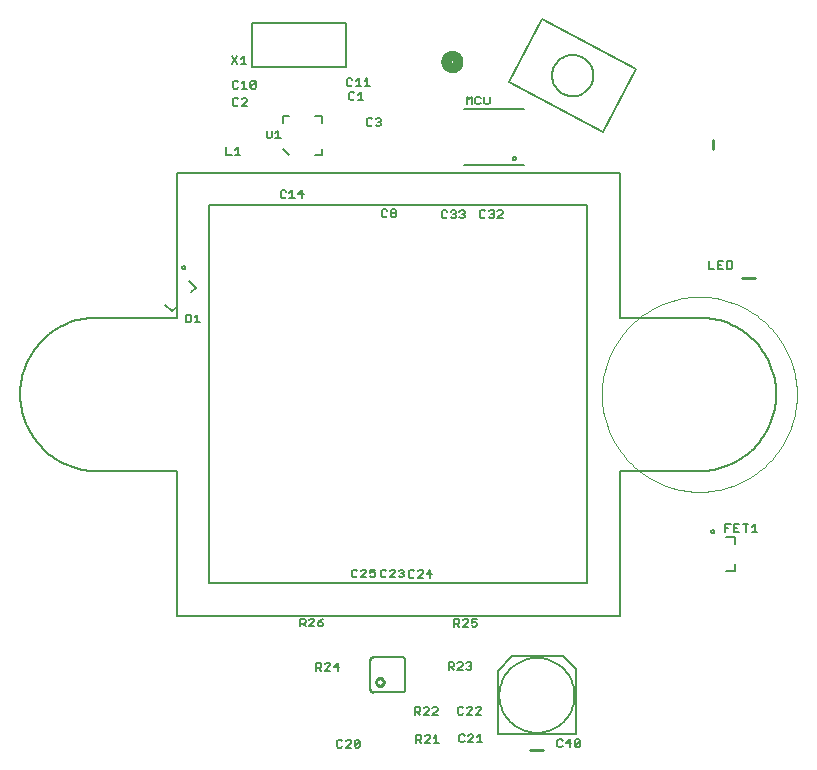
<source format=gto>
G75*
%MOIN*%
%OFA0B0*%
%FSLAX24Y24*%
%IPPOS*%
%LPD*%
%AMOC8*
5,1,8,0,0,1.08239X$1,22.5*
%
%ADD10C,0.0320*%
%ADD11C,0.0100*%
%ADD12C,0.0060*%
%ADD13C,0.0080*%
%ADD14C,0.0039*%
%ADD15C,0.0050*%
%ADD16C,0.0006*%
D10*
X015570Y025036D02*
X015572Y025063D01*
X015578Y025090D01*
X015587Y025116D01*
X015600Y025140D01*
X015616Y025163D01*
X015635Y025182D01*
X015657Y025199D01*
X015681Y025213D01*
X015706Y025223D01*
X015733Y025230D01*
X015760Y025233D01*
X015788Y025232D01*
X015815Y025227D01*
X015841Y025219D01*
X015865Y025207D01*
X015888Y025191D01*
X015909Y025173D01*
X015926Y025152D01*
X015941Y025128D01*
X015952Y025103D01*
X015960Y025077D01*
X015964Y025050D01*
X015964Y025022D01*
X015960Y024995D01*
X015952Y024969D01*
X015941Y024944D01*
X015926Y024920D01*
X015909Y024899D01*
X015888Y024881D01*
X015866Y024865D01*
X015841Y024853D01*
X015815Y024845D01*
X015788Y024840D01*
X015760Y024839D01*
X015733Y024842D01*
X015706Y024849D01*
X015681Y024859D01*
X015657Y024873D01*
X015635Y024890D01*
X015616Y024909D01*
X015600Y024932D01*
X015587Y024956D01*
X015578Y024982D01*
X015572Y025009D01*
X015570Y025036D01*
D11*
X024442Y022424D02*
X024442Y022153D01*
X025426Y017847D02*
X025869Y017847D01*
X013221Y004368D02*
X013223Y004390D01*
X013229Y004412D01*
X013238Y004432D01*
X013251Y004450D01*
X013267Y004466D01*
X013285Y004479D01*
X013305Y004488D01*
X013327Y004494D01*
X013349Y004496D01*
X013371Y004494D01*
X013393Y004488D01*
X013413Y004479D01*
X013431Y004466D01*
X013447Y004450D01*
X013460Y004432D01*
X013469Y004412D01*
X013475Y004390D01*
X013477Y004368D01*
X013475Y004346D01*
X013469Y004324D01*
X013460Y004304D01*
X013447Y004286D01*
X013431Y004270D01*
X013413Y004257D01*
X013393Y004248D01*
X013371Y004242D01*
X013349Y004240D01*
X013327Y004242D01*
X013305Y004248D01*
X013285Y004257D01*
X013267Y004270D01*
X013251Y004286D01*
X013238Y004304D01*
X013229Y004324D01*
X013223Y004346D01*
X013221Y004368D01*
X018339Y002099D02*
X018782Y002099D01*
D12*
X019265Y002240D02*
X019308Y002196D01*
X019395Y002196D01*
X019439Y002240D01*
X019560Y002326D02*
X019733Y002326D01*
X019690Y002196D02*
X019690Y002456D01*
X019560Y002326D01*
X019439Y002413D02*
X019395Y002456D01*
X019308Y002456D01*
X019265Y002413D01*
X019265Y002240D01*
X019854Y002240D02*
X019898Y002196D01*
X019985Y002196D01*
X020028Y002240D01*
X020028Y002413D01*
X019854Y002240D01*
X019854Y002413D01*
X019898Y002456D01*
X019985Y002456D01*
X020028Y002413D01*
X016765Y002363D02*
X016592Y002363D01*
X016678Y002363D02*
X016678Y002623D01*
X016592Y002536D01*
X016470Y002536D02*
X016470Y002580D01*
X016427Y002623D01*
X016340Y002623D01*
X016297Y002580D01*
X016176Y002580D02*
X016132Y002623D01*
X016046Y002623D01*
X016002Y002580D01*
X016002Y002406D01*
X016046Y002363D01*
X016132Y002363D01*
X016176Y002406D01*
X016297Y002363D02*
X016470Y002536D01*
X016470Y002363D02*
X016297Y002363D01*
X015320Y002346D02*
X015146Y002346D01*
X015233Y002346D02*
X015233Y002606D01*
X015146Y002519D01*
X015025Y002519D02*
X015025Y002563D01*
X014982Y002606D01*
X014895Y002606D01*
X014852Y002563D01*
X014730Y002563D02*
X014730Y002476D01*
X014687Y002433D01*
X014557Y002433D01*
X014644Y002433D02*
X014730Y002346D01*
X014852Y002346D02*
X015025Y002519D01*
X015025Y002346D02*
X014852Y002346D01*
X014730Y002563D02*
X014687Y002606D01*
X014557Y002606D01*
X014557Y002346D01*
X014510Y003272D02*
X014510Y003532D01*
X014640Y003532D01*
X014684Y003489D01*
X014684Y003402D01*
X014640Y003359D01*
X014510Y003359D01*
X014597Y003359D02*
X014684Y003272D01*
X014805Y003272D02*
X014978Y003445D01*
X014978Y003489D01*
X014935Y003532D01*
X014848Y003532D01*
X014805Y003489D01*
X014805Y003272D02*
X014978Y003272D01*
X015100Y003272D02*
X015273Y003445D01*
X015273Y003489D01*
X015230Y003532D01*
X015143Y003532D01*
X015100Y003489D01*
X015100Y003272D02*
X015273Y003272D01*
X015959Y003326D02*
X015959Y003500D01*
X016002Y003543D01*
X016089Y003543D01*
X016132Y003500D01*
X016253Y003500D02*
X016297Y003543D01*
X016383Y003543D01*
X016427Y003500D01*
X016427Y003456D01*
X016253Y003283D01*
X016427Y003283D01*
X016548Y003283D02*
X016721Y003456D01*
X016721Y003500D01*
X016678Y003543D01*
X016591Y003543D01*
X016548Y003500D01*
X016548Y003283D02*
X016721Y003283D01*
X016132Y003326D02*
X016089Y003283D01*
X016002Y003283D01*
X015959Y003326D01*
X014188Y004135D02*
X014188Y005108D01*
X014187Y005108D02*
X014186Y005125D01*
X014181Y005142D01*
X014174Y005157D01*
X014164Y005171D01*
X014152Y005183D01*
X014138Y005193D01*
X014123Y005200D01*
X014106Y005205D01*
X014089Y005206D01*
X014093Y005206D02*
X013125Y005206D01*
X013023Y005108D02*
X013023Y004139D01*
X013125Y004037D02*
X014093Y004037D01*
X014089Y004037D02*
X014106Y004038D01*
X014123Y004043D01*
X014138Y004050D01*
X014152Y004060D01*
X014164Y004072D01*
X014174Y004086D01*
X014181Y004101D01*
X014186Y004118D01*
X014187Y004135D01*
X015640Y004777D02*
X015640Y005037D01*
X015770Y005037D01*
X015814Y004994D01*
X015814Y004907D01*
X015770Y004864D01*
X015640Y004864D01*
X015727Y004864D02*
X015814Y004777D01*
X015935Y004777D02*
X016108Y004950D01*
X016108Y004994D01*
X016065Y005037D01*
X015978Y005037D01*
X015935Y004994D01*
X015935Y004777D02*
X016108Y004777D01*
X016229Y004820D02*
X016273Y004777D01*
X016359Y004777D01*
X016403Y004820D01*
X016403Y004864D01*
X016359Y004907D01*
X016316Y004907D01*
X016359Y004907D02*
X016403Y004950D01*
X016403Y004994D01*
X016359Y005037D01*
X016273Y005037D01*
X016229Y004994D01*
X016286Y006211D02*
X016112Y006211D01*
X016286Y006385D01*
X016286Y006428D01*
X016243Y006471D01*
X016156Y006471D01*
X016112Y006428D01*
X015991Y006428D02*
X015991Y006341D01*
X015948Y006298D01*
X015818Y006298D01*
X015905Y006298D02*
X015991Y006211D01*
X015818Y006211D02*
X015818Y006471D01*
X015948Y006471D01*
X015991Y006428D01*
X016407Y006471D02*
X016407Y006341D01*
X016494Y006385D01*
X016537Y006385D01*
X016581Y006341D01*
X016581Y006255D01*
X016537Y006211D01*
X016450Y006211D01*
X016407Y006255D01*
X016407Y006471D02*
X016581Y006471D01*
X015036Y007841D02*
X015036Y008101D01*
X014906Y007971D01*
X015080Y007971D01*
X014785Y008014D02*
X014785Y008058D01*
X014742Y008101D01*
X014655Y008101D01*
X014611Y008058D01*
X014490Y008058D02*
X014447Y008101D01*
X014360Y008101D01*
X014317Y008058D01*
X014317Y007884D01*
X014360Y007841D01*
X014447Y007841D01*
X014490Y007884D01*
X014611Y007841D02*
X014785Y008014D01*
X014785Y007841D02*
X014611Y007841D01*
X014147Y007902D02*
X014104Y007858D01*
X014017Y007858D01*
X013974Y007902D01*
X014061Y007989D02*
X014104Y007989D01*
X014147Y007945D01*
X014147Y007902D01*
X014104Y007989D02*
X014147Y008032D01*
X014147Y008075D01*
X014104Y008119D01*
X014017Y008119D01*
X013974Y008075D01*
X013853Y008075D02*
X013809Y008119D01*
X013723Y008119D01*
X013679Y008075D01*
X013558Y008075D02*
X013515Y008119D01*
X013428Y008119D01*
X013385Y008075D01*
X013385Y007902D01*
X013428Y007858D01*
X013515Y007858D01*
X013558Y007902D01*
X013679Y007858D02*
X013853Y008032D01*
X013853Y008075D01*
X013853Y007858D02*
X013679Y007858D01*
X013190Y007902D02*
X013146Y007859D01*
X013060Y007859D01*
X013016Y007902D01*
X013016Y007989D02*
X013103Y008032D01*
X013146Y008032D01*
X013190Y007989D01*
X013190Y007902D01*
X013016Y007989D02*
X013016Y008119D01*
X013190Y008119D01*
X012895Y008075D02*
X012852Y008119D01*
X012765Y008119D01*
X012722Y008075D01*
X012601Y008075D02*
X012557Y008119D01*
X012470Y008119D01*
X012427Y008075D01*
X012427Y007902D01*
X012470Y007859D01*
X012557Y007859D01*
X012601Y007902D01*
X012722Y007859D02*
X012895Y008032D01*
X012895Y008075D01*
X012895Y007859D02*
X012722Y007859D01*
X011460Y006485D02*
X011374Y006442D01*
X011287Y006355D01*
X011417Y006355D01*
X011460Y006312D01*
X011460Y006268D01*
X011417Y006225D01*
X011330Y006225D01*
X011287Y006268D01*
X011287Y006355D01*
X011166Y006399D02*
X011166Y006442D01*
X011122Y006485D01*
X011036Y006485D01*
X010992Y006442D01*
X010871Y006442D02*
X010871Y006355D01*
X010828Y006312D01*
X010698Y006312D01*
X010784Y006312D02*
X010871Y006225D01*
X010992Y006225D02*
X011166Y006399D01*
X011166Y006225D02*
X010992Y006225D01*
X010871Y006442D02*
X010828Y006485D01*
X010698Y006485D01*
X010698Y006225D01*
X011960Y002440D02*
X011917Y002397D01*
X011917Y002223D01*
X011960Y002180D01*
X012047Y002180D01*
X012090Y002223D01*
X012211Y002180D02*
X012385Y002353D01*
X012385Y002397D01*
X012341Y002440D01*
X012255Y002440D01*
X012211Y002397D01*
X012090Y002397D02*
X012047Y002440D01*
X011960Y002440D01*
X012211Y002180D02*
X012385Y002180D01*
X012506Y002223D02*
X012679Y002397D01*
X012679Y002223D01*
X012636Y002180D01*
X012549Y002180D01*
X012506Y002223D01*
X012506Y002397D01*
X012549Y002440D01*
X012636Y002440D01*
X012679Y002397D01*
X024884Y008085D02*
X025204Y008085D01*
X025204Y008305D01*
X025204Y008985D02*
X025204Y009205D01*
X024884Y009205D01*
X024868Y009379D02*
X024868Y009640D01*
X025041Y009640D01*
X025162Y009640D02*
X025162Y009379D01*
X025336Y009379D01*
X025249Y009509D02*
X025162Y009509D01*
X025162Y009640D02*
X025336Y009640D01*
X025457Y009640D02*
X025631Y009640D01*
X025544Y009640D02*
X025544Y009379D01*
X025752Y009379D02*
X025925Y009379D01*
X025839Y009379D02*
X025839Y009640D01*
X025752Y009553D01*
X024955Y009509D02*
X024868Y009509D01*
X024916Y018143D02*
X025046Y018143D01*
X025090Y018186D01*
X025090Y018360D01*
X025046Y018403D01*
X024916Y018403D01*
X024916Y018143D01*
X024795Y018143D02*
X024622Y018143D01*
X024622Y018403D01*
X024795Y018403D01*
X024708Y018273D02*
X024622Y018273D01*
X024501Y018143D02*
X024327Y018143D01*
X024327Y018403D01*
X018149Y021602D02*
X016139Y021602D01*
X016133Y020091D02*
X016176Y020048D01*
X016176Y020005D01*
X016133Y019961D01*
X016176Y019918D01*
X016176Y019875D01*
X016133Y019831D01*
X016046Y019831D01*
X016003Y019875D01*
X015882Y019875D02*
X015838Y019831D01*
X015751Y019831D01*
X015708Y019875D01*
X015587Y019875D02*
X015544Y019831D01*
X015457Y019831D01*
X015413Y019875D01*
X015413Y020048D01*
X015457Y020091D01*
X015544Y020091D01*
X015587Y020048D01*
X015708Y020048D02*
X015751Y020091D01*
X015838Y020091D01*
X015882Y020048D01*
X015882Y020005D01*
X015838Y019961D01*
X015882Y019918D01*
X015882Y019875D01*
X015838Y019961D02*
X015795Y019961D01*
X016003Y020048D02*
X016046Y020091D01*
X016133Y020091D01*
X016133Y019961D02*
X016089Y019961D01*
X016680Y019883D02*
X016724Y019840D01*
X016811Y019840D01*
X016854Y019883D01*
X016975Y019883D02*
X017018Y019840D01*
X017105Y019840D01*
X017149Y019883D01*
X017149Y019927D01*
X017105Y019970D01*
X017062Y019970D01*
X017105Y019970D02*
X017149Y020013D01*
X017149Y020057D01*
X017105Y020100D01*
X017018Y020100D01*
X016975Y020057D01*
X016854Y020057D02*
X016811Y020100D01*
X016724Y020100D01*
X016680Y020057D01*
X016680Y019883D01*
X017270Y019840D02*
X017443Y020013D01*
X017443Y020057D01*
X017400Y020100D01*
X017313Y020100D01*
X017270Y020057D01*
X017270Y019840D02*
X017443Y019840D01*
X013893Y019913D02*
X013849Y019869D01*
X013763Y019869D01*
X013719Y019913D01*
X013719Y019956D01*
X013763Y020000D01*
X013849Y020000D01*
X013893Y019956D01*
X013893Y019913D01*
X013849Y020000D02*
X013893Y020043D01*
X013893Y020086D01*
X013849Y020130D01*
X013763Y020130D01*
X013719Y020086D01*
X013719Y020043D01*
X013763Y020000D01*
X013598Y020086D02*
X013555Y020130D01*
X013468Y020130D01*
X013425Y020086D01*
X013425Y019913D01*
X013468Y019869D01*
X013555Y019869D01*
X013598Y019913D01*
X010040Y022493D02*
X009867Y022493D01*
X009954Y022493D02*
X009954Y022754D01*
X009867Y022667D01*
X009746Y022754D02*
X009746Y022537D01*
X009702Y022493D01*
X009616Y022493D01*
X009572Y022537D01*
X009572Y022754D01*
X008912Y023576D02*
X008739Y023576D01*
X008912Y023750D01*
X008912Y023793D01*
X008869Y023836D01*
X008782Y023836D01*
X008739Y023793D01*
X008618Y023793D02*
X008574Y023836D01*
X008488Y023836D01*
X008444Y023793D01*
X008444Y023620D01*
X008488Y023576D01*
X008574Y023576D01*
X008618Y023620D01*
X008602Y024964D02*
X008429Y025224D01*
X008602Y025224D02*
X008429Y024964D01*
X008723Y024964D02*
X008897Y024964D01*
X008810Y024964D02*
X008810Y025224D01*
X008723Y025137D01*
X012259Y024452D02*
X012259Y024279D01*
X012303Y024236D01*
X012389Y024236D01*
X012433Y024279D01*
X012554Y024236D02*
X012727Y024236D01*
X012641Y024236D02*
X012641Y024496D01*
X012554Y024409D01*
X012433Y024452D02*
X012389Y024496D01*
X012303Y024496D01*
X012259Y024452D01*
X012371Y024035D02*
X012328Y023992D01*
X012328Y023818D01*
X012371Y023775D01*
X012458Y023775D01*
X012502Y023818D01*
X012623Y023775D02*
X012796Y023775D01*
X012710Y023775D02*
X012710Y024035D01*
X012623Y023948D01*
X012502Y023992D02*
X012458Y024035D01*
X012371Y024035D01*
X012849Y024236D02*
X013022Y024236D01*
X012935Y024236D02*
X012935Y024496D01*
X012849Y024409D01*
X012954Y023165D02*
X012911Y023122D01*
X012911Y022948D01*
X012954Y022905D01*
X013041Y022905D01*
X013084Y022948D01*
X013205Y022948D02*
X013249Y022905D01*
X013336Y022905D01*
X013379Y022948D01*
X013379Y022992D01*
X013336Y023035D01*
X013292Y023035D01*
X013336Y023035D02*
X013379Y023078D01*
X013379Y023122D01*
X013336Y023165D01*
X013249Y023165D01*
X013205Y023122D01*
X013084Y023122D02*
X013041Y023165D01*
X012954Y023165D01*
X016139Y023462D02*
X018149Y023462D01*
X017005Y023669D02*
X017005Y023886D01*
X016832Y023886D02*
X016832Y023669D01*
X016875Y023625D01*
X016962Y023625D01*
X017005Y023669D01*
X016711Y023669D02*
X016667Y023625D01*
X016581Y023625D01*
X016537Y023669D01*
X016537Y023842D01*
X016581Y023886D01*
X016667Y023886D01*
X016711Y023842D01*
X016416Y023886D02*
X016416Y023625D01*
X016243Y023625D02*
X016243Y023886D01*
X016329Y023799D01*
X016416Y023886D01*
X008701Y021942D02*
X008527Y021942D01*
X008614Y021942D02*
X008614Y022203D01*
X008527Y022116D01*
X008406Y021942D02*
X008233Y021942D01*
X008233Y022203D01*
X006990Y017744D02*
X007217Y017518D01*
X007061Y017363D01*
X006580Y016882D02*
X006425Y016726D01*
X006198Y016952D01*
X006877Y016617D02*
X006877Y016357D01*
X007007Y016357D01*
X007050Y016400D01*
X007050Y016574D01*
X007007Y016617D01*
X006877Y016617D01*
X007172Y016530D02*
X007258Y016617D01*
X007258Y016357D01*
X007172Y016357D02*
X007345Y016357D01*
D13*
X010337Y021932D02*
X010121Y022149D01*
X010121Y023015D02*
X010121Y023231D01*
X010337Y023231D01*
X011204Y023231D02*
X011420Y023231D01*
X011420Y023015D01*
X011420Y022149D02*
X011420Y021932D01*
X011204Y021932D01*
X017772Y021822D02*
X017774Y021837D01*
X017780Y021850D01*
X017789Y021862D01*
X017800Y021871D01*
X017814Y021877D01*
X017829Y021879D01*
X017844Y021877D01*
X017857Y021871D01*
X017869Y021862D01*
X017878Y021851D01*
X017884Y021837D01*
X017886Y021822D01*
X017884Y021807D01*
X017878Y021794D01*
X017869Y021782D01*
X017858Y021773D01*
X017844Y021767D01*
X017829Y021765D01*
X017814Y021767D01*
X017801Y021773D01*
X017789Y021782D01*
X017780Y021793D01*
X017774Y021807D01*
X017772Y021822D01*
D14*
X020751Y013960D02*
X020753Y014073D01*
X020759Y014187D01*
X020769Y014300D01*
X020783Y014412D01*
X020800Y014524D01*
X020822Y014635D01*
X020847Y014746D01*
X020877Y014855D01*
X020910Y014964D01*
X020947Y015071D01*
X020988Y015177D01*
X021032Y015281D01*
X021080Y015384D01*
X021131Y015485D01*
X021186Y015584D01*
X021245Y015681D01*
X021306Y015776D01*
X021371Y015869D01*
X021440Y015960D01*
X021511Y016048D01*
X021585Y016133D01*
X021663Y016216D01*
X021743Y016296D01*
X021826Y016374D01*
X021911Y016448D01*
X021999Y016519D01*
X022090Y016588D01*
X022183Y016653D01*
X022278Y016714D01*
X022375Y016773D01*
X022474Y016828D01*
X022575Y016879D01*
X022678Y016927D01*
X022782Y016971D01*
X022888Y017012D01*
X022995Y017049D01*
X023104Y017082D01*
X023213Y017112D01*
X023324Y017137D01*
X023435Y017159D01*
X023547Y017176D01*
X023659Y017190D01*
X023772Y017200D01*
X023886Y017206D01*
X023999Y017208D01*
X024112Y017206D01*
X024226Y017200D01*
X024339Y017190D01*
X024451Y017176D01*
X024563Y017159D01*
X024674Y017137D01*
X024785Y017112D01*
X024894Y017082D01*
X025003Y017049D01*
X025110Y017012D01*
X025216Y016971D01*
X025320Y016927D01*
X025423Y016879D01*
X025524Y016828D01*
X025623Y016773D01*
X025720Y016714D01*
X025815Y016653D01*
X025908Y016588D01*
X025999Y016519D01*
X026087Y016448D01*
X026172Y016374D01*
X026255Y016296D01*
X026335Y016216D01*
X026413Y016133D01*
X026487Y016048D01*
X026558Y015960D01*
X026627Y015869D01*
X026692Y015776D01*
X026753Y015681D01*
X026812Y015584D01*
X026867Y015485D01*
X026918Y015384D01*
X026966Y015281D01*
X027010Y015177D01*
X027051Y015071D01*
X027088Y014964D01*
X027121Y014855D01*
X027151Y014746D01*
X027176Y014635D01*
X027198Y014524D01*
X027215Y014412D01*
X027229Y014300D01*
X027239Y014187D01*
X027245Y014073D01*
X027247Y013960D01*
X027245Y013847D01*
X027239Y013733D01*
X027229Y013620D01*
X027215Y013508D01*
X027198Y013396D01*
X027176Y013285D01*
X027151Y013174D01*
X027121Y013065D01*
X027088Y012956D01*
X027051Y012849D01*
X027010Y012743D01*
X026966Y012639D01*
X026918Y012536D01*
X026867Y012435D01*
X026812Y012336D01*
X026753Y012239D01*
X026692Y012144D01*
X026627Y012051D01*
X026558Y011960D01*
X026487Y011872D01*
X026413Y011787D01*
X026335Y011704D01*
X026255Y011624D01*
X026172Y011546D01*
X026087Y011472D01*
X025999Y011401D01*
X025908Y011332D01*
X025815Y011267D01*
X025720Y011206D01*
X025623Y011147D01*
X025524Y011092D01*
X025423Y011041D01*
X025320Y010993D01*
X025216Y010949D01*
X025110Y010908D01*
X025003Y010871D01*
X024894Y010838D01*
X024785Y010808D01*
X024674Y010783D01*
X024563Y010761D01*
X024451Y010744D01*
X024339Y010730D01*
X024226Y010720D01*
X024112Y010714D01*
X023999Y010712D01*
X023886Y010714D01*
X023772Y010720D01*
X023659Y010730D01*
X023547Y010744D01*
X023435Y010761D01*
X023324Y010783D01*
X023213Y010808D01*
X023104Y010838D01*
X022995Y010871D01*
X022888Y010908D01*
X022782Y010949D01*
X022678Y010993D01*
X022575Y011041D01*
X022474Y011092D01*
X022375Y011147D01*
X022278Y011206D01*
X022183Y011267D01*
X022090Y011332D01*
X021999Y011401D01*
X021911Y011472D01*
X021826Y011546D01*
X021743Y011624D01*
X021663Y011704D01*
X021585Y011787D01*
X021511Y011872D01*
X021440Y011960D01*
X021371Y012051D01*
X021306Y012144D01*
X021245Y012239D01*
X021186Y012336D01*
X021131Y012435D01*
X021080Y012536D01*
X021032Y012639D01*
X020988Y012743D01*
X020947Y012849D01*
X020910Y012956D01*
X020877Y013065D01*
X020847Y013174D01*
X020822Y013285D01*
X020800Y013396D01*
X020783Y013508D01*
X020769Y013620D01*
X020759Y013733D01*
X020753Y013847D01*
X020751Y013960D01*
D15*
X006578Y011400D02*
X006578Y006578D01*
X021341Y006578D01*
X021341Y011400D01*
X023999Y011400D01*
X024394Y009395D02*
X024396Y009408D01*
X024401Y009421D01*
X024410Y009432D01*
X024421Y009439D01*
X024434Y009444D01*
X024447Y009445D01*
X024461Y009442D01*
X024473Y009436D01*
X024483Y009427D01*
X024490Y009415D01*
X024494Y009402D01*
X024494Y009388D01*
X024490Y009375D01*
X024483Y009363D01*
X024473Y009354D01*
X024461Y009348D01*
X024447Y009345D01*
X024434Y009346D01*
X024421Y009351D01*
X024410Y009358D01*
X024401Y009369D01*
X024396Y009382D01*
X024394Y009395D01*
X020260Y007660D02*
X020260Y020260D01*
X007660Y020260D01*
X007660Y007660D01*
X020260Y007660D01*
X019452Y005223D02*
X017759Y005223D01*
X017286Y004751D01*
X017286Y002625D01*
X019885Y002625D01*
X019885Y004790D01*
X019452Y005223D01*
X017335Y003924D02*
X017337Y003994D01*
X017343Y004064D01*
X017353Y004134D01*
X017366Y004202D01*
X017384Y004270D01*
X017405Y004337D01*
X017430Y004403D01*
X017459Y004467D01*
X017491Y004529D01*
X017527Y004590D01*
X017566Y004648D01*
X017608Y004704D01*
X017653Y004758D01*
X017701Y004809D01*
X017752Y004857D01*
X017806Y004902D01*
X017862Y004944D01*
X017920Y004983D01*
X017981Y005019D01*
X018043Y005051D01*
X018107Y005080D01*
X018173Y005105D01*
X018240Y005126D01*
X018308Y005144D01*
X018376Y005157D01*
X018446Y005167D01*
X018516Y005173D01*
X018586Y005175D01*
X018656Y005173D01*
X018726Y005167D01*
X018796Y005157D01*
X018864Y005144D01*
X018932Y005126D01*
X018999Y005105D01*
X019065Y005080D01*
X019129Y005051D01*
X019191Y005019D01*
X019252Y004983D01*
X019310Y004944D01*
X019366Y004902D01*
X019420Y004857D01*
X019471Y004809D01*
X019519Y004758D01*
X019564Y004704D01*
X019606Y004648D01*
X019645Y004590D01*
X019681Y004529D01*
X019713Y004467D01*
X019742Y004403D01*
X019767Y004337D01*
X019788Y004270D01*
X019806Y004202D01*
X019819Y004134D01*
X019829Y004064D01*
X019835Y003994D01*
X019837Y003924D01*
X019835Y003854D01*
X019829Y003784D01*
X019819Y003714D01*
X019806Y003646D01*
X019788Y003578D01*
X019767Y003511D01*
X019742Y003445D01*
X019713Y003381D01*
X019681Y003319D01*
X019645Y003258D01*
X019606Y003200D01*
X019564Y003144D01*
X019519Y003090D01*
X019471Y003039D01*
X019420Y002991D01*
X019366Y002946D01*
X019310Y002904D01*
X019252Y002865D01*
X019191Y002829D01*
X019129Y002797D01*
X019065Y002768D01*
X018999Y002743D01*
X018932Y002722D01*
X018864Y002704D01*
X018796Y002691D01*
X018726Y002681D01*
X018656Y002675D01*
X018586Y002673D01*
X018516Y002675D01*
X018446Y002681D01*
X018376Y002691D01*
X018308Y002704D01*
X018240Y002722D01*
X018173Y002743D01*
X018107Y002768D01*
X018043Y002797D01*
X017981Y002829D01*
X017920Y002865D01*
X017862Y002904D01*
X017806Y002946D01*
X017752Y002991D01*
X017701Y003039D01*
X017653Y003090D01*
X017608Y003144D01*
X017566Y003200D01*
X017527Y003258D01*
X017491Y003319D01*
X017459Y003381D01*
X017430Y003445D01*
X017405Y003511D01*
X017384Y003578D01*
X017366Y003646D01*
X017353Y003714D01*
X017343Y003784D01*
X017337Y003854D01*
X017335Y003924D01*
X011993Y004883D02*
X011813Y004883D01*
X011948Y005019D01*
X011948Y004748D01*
X011699Y004748D02*
X011519Y004748D01*
X011699Y004928D01*
X011699Y004973D01*
X011654Y005019D01*
X011564Y005019D01*
X011519Y004973D01*
X011404Y004973D02*
X011404Y004883D01*
X011359Y004838D01*
X011224Y004838D01*
X011224Y004748D02*
X011224Y005019D01*
X011359Y005019D01*
X011404Y004973D01*
X011314Y004838D02*
X011404Y004748D01*
X006578Y011400D02*
X003920Y011400D01*
X003920Y011401D02*
X003820Y011403D01*
X003719Y011409D01*
X003619Y011419D01*
X003520Y011433D01*
X003421Y011450D01*
X003323Y011472D01*
X003225Y011497D01*
X003129Y011526D01*
X003034Y011559D01*
X002941Y011596D01*
X002849Y011636D01*
X002758Y011680D01*
X002670Y011727D01*
X002583Y011778D01*
X002498Y011832D01*
X002416Y011890D01*
X002336Y011950D01*
X002258Y012014D01*
X002183Y012081D01*
X002111Y012151D01*
X002041Y012223D01*
X001974Y012298D01*
X001910Y012376D01*
X001850Y012456D01*
X001792Y012538D01*
X001738Y012623D01*
X001687Y012710D01*
X001640Y012798D01*
X001596Y012889D01*
X001556Y012981D01*
X001519Y013074D01*
X001486Y013169D01*
X001457Y013265D01*
X001432Y013363D01*
X001410Y013461D01*
X001393Y013560D01*
X001379Y013659D01*
X001369Y013759D01*
X001363Y013860D01*
X001361Y013960D01*
X001363Y014060D01*
X001369Y014161D01*
X001379Y014261D01*
X001393Y014360D01*
X001410Y014459D01*
X001432Y014557D01*
X001457Y014655D01*
X001486Y014751D01*
X001519Y014846D01*
X001556Y014939D01*
X001596Y015031D01*
X001640Y015122D01*
X001687Y015210D01*
X001738Y015297D01*
X001792Y015382D01*
X001850Y015464D01*
X001910Y015544D01*
X001974Y015622D01*
X002041Y015697D01*
X002111Y015769D01*
X002183Y015839D01*
X002258Y015906D01*
X002336Y015970D01*
X002416Y016030D01*
X002498Y016088D01*
X002583Y016142D01*
X002670Y016193D01*
X002758Y016240D01*
X002849Y016284D01*
X002941Y016324D01*
X003034Y016361D01*
X003129Y016394D01*
X003225Y016423D01*
X003323Y016448D01*
X003421Y016470D01*
X003520Y016487D01*
X003619Y016501D01*
X003719Y016511D01*
X003820Y016517D01*
X003920Y016519D01*
X006578Y016519D01*
X006578Y021341D01*
X021341Y021341D01*
X021341Y016519D01*
X023999Y016519D01*
X024099Y016517D01*
X024200Y016511D01*
X024300Y016501D01*
X024399Y016487D01*
X024498Y016470D01*
X024596Y016448D01*
X024694Y016423D01*
X024790Y016394D01*
X024885Y016361D01*
X024978Y016324D01*
X025070Y016284D01*
X025161Y016240D01*
X025249Y016193D01*
X025336Y016142D01*
X025421Y016088D01*
X025503Y016030D01*
X025583Y015970D01*
X025661Y015906D01*
X025736Y015839D01*
X025808Y015769D01*
X025878Y015697D01*
X025945Y015622D01*
X026009Y015544D01*
X026069Y015464D01*
X026127Y015382D01*
X026181Y015297D01*
X026232Y015210D01*
X026279Y015122D01*
X026323Y015031D01*
X026363Y014939D01*
X026400Y014846D01*
X026433Y014751D01*
X026462Y014655D01*
X026487Y014557D01*
X026509Y014459D01*
X026526Y014360D01*
X026540Y014261D01*
X026550Y014161D01*
X026556Y014060D01*
X026558Y013960D01*
X026556Y013860D01*
X026550Y013759D01*
X026540Y013659D01*
X026526Y013560D01*
X026509Y013461D01*
X026487Y013363D01*
X026462Y013265D01*
X026433Y013169D01*
X026400Y013074D01*
X026363Y012981D01*
X026323Y012889D01*
X026279Y012798D01*
X026232Y012710D01*
X026181Y012623D01*
X026127Y012538D01*
X026069Y012456D01*
X026009Y012376D01*
X025945Y012298D01*
X025878Y012223D01*
X025808Y012151D01*
X025736Y012081D01*
X025661Y012014D01*
X025583Y011950D01*
X025503Y011890D01*
X025421Y011832D01*
X025336Y011778D01*
X025249Y011727D01*
X025161Y011680D01*
X025070Y011636D01*
X024978Y011596D01*
X024885Y011559D01*
X024790Y011526D01*
X024694Y011497D01*
X024596Y011472D01*
X024498Y011450D01*
X024399Y011433D01*
X024300Y011419D01*
X024200Y011409D01*
X024099Y011403D01*
X023999Y011401D01*
X010762Y020494D02*
X010762Y020765D01*
X010627Y020629D01*
X010807Y020629D01*
X010512Y020494D02*
X010332Y020494D01*
X010422Y020494D02*
X010422Y020765D01*
X010332Y020675D01*
X010218Y020720D02*
X010173Y020765D01*
X010083Y020765D01*
X010038Y020720D01*
X010038Y020539D01*
X010083Y020494D01*
X010173Y020494D01*
X010218Y020539D01*
X006763Y018190D02*
X006765Y018203D01*
X006770Y018216D01*
X006779Y018227D01*
X006790Y018234D01*
X006803Y018239D01*
X006816Y018240D01*
X006830Y018237D01*
X006842Y018231D01*
X006852Y018222D01*
X006859Y018210D01*
X006863Y018197D01*
X006863Y018183D01*
X006859Y018170D01*
X006852Y018158D01*
X006842Y018149D01*
X006830Y018143D01*
X006816Y018140D01*
X006803Y018141D01*
X006790Y018146D01*
X006779Y018153D01*
X006770Y018164D01*
X006765Y018177D01*
X006763Y018190D01*
X008492Y024148D02*
X008582Y024148D01*
X008627Y024193D01*
X008742Y024148D02*
X008922Y024148D01*
X008832Y024148D02*
X008832Y024418D01*
X008742Y024328D01*
X008627Y024373D02*
X008582Y024418D01*
X008492Y024418D01*
X008447Y024373D01*
X008447Y024193D01*
X008492Y024148D01*
X009036Y024193D02*
X009036Y024373D01*
X009081Y024418D01*
X009172Y024418D01*
X009217Y024373D01*
X009036Y024193D01*
X009081Y024148D01*
X009172Y024148D01*
X009217Y024193D01*
X009217Y024373D01*
X009078Y024857D02*
X012227Y024857D01*
X012227Y026353D01*
X009078Y026353D01*
X009078Y024857D01*
X017658Y024373D02*
X018767Y026459D01*
X021895Y024796D01*
X020786Y022710D01*
X017658Y024373D01*
X019087Y024585D02*
X019089Y024637D01*
X019095Y024689D01*
X019105Y024740D01*
X019118Y024790D01*
X019136Y024840D01*
X019157Y024887D01*
X019181Y024933D01*
X019210Y024977D01*
X019241Y025019D01*
X019275Y025058D01*
X019312Y025095D01*
X019352Y025128D01*
X019395Y025159D01*
X019439Y025186D01*
X019485Y025210D01*
X019534Y025230D01*
X019583Y025246D01*
X019634Y025259D01*
X019685Y025268D01*
X019737Y025273D01*
X019789Y025274D01*
X019841Y025271D01*
X019893Y025264D01*
X019944Y025253D01*
X019994Y025239D01*
X020043Y025220D01*
X020090Y025198D01*
X020135Y025173D01*
X020179Y025144D01*
X020220Y025112D01*
X020259Y025077D01*
X020294Y025039D01*
X020327Y024998D01*
X020357Y024956D01*
X020383Y024911D01*
X020406Y024864D01*
X020425Y024815D01*
X020441Y024765D01*
X020453Y024715D01*
X020461Y024663D01*
X020465Y024611D01*
X020465Y024559D01*
X020461Y024507D01*
X020453Y024455D01*
X020441Y024405D01*
X020425Y024355D01*
X020406Y024306D01*
X020383Y024259D01*
X020357Y024214D01*
X020327Y024172D01*
X020294Y024131D01*
X020259Y024093D01*
X020220Y024058D01*
X020179Y024026D01*
X020135Y023997D01*
X020090Y023972D01*
X020043Y023950D01*
X019994Y023931D01*
X019944Y023917D01*
X019893Y023906D01*
X019841Y023899D01*
X019789Y023896D01*
X019737Y023897D01*
X019685Y023902D01*
X019634Y023911D01*
X019583Y023924D01*
X019534Y023940D01*
X019485Y023960D01*
X019439Y023984D01*
X019395Y024011D01*
X019352Y024042D01*
X019312Y024075D01*
X019275Y024112D01*
X019241Y024151D01*
X019210Y024193D01*
X019181Y024237D01*
X019157Y024283D01*
X019136Y024330D01*
X019118Y024380D01*
X019105Y024430D01*
X019095Y024481D01*
X019089Y024533D01*
X019087Y024585D01*
D16*
X013119Y005232D02*
X013119Y005178D01*
X013118Y005179D02*
X013103Y005177D01*
X013089Y005171D01*
X013076Y005163D01*
X013066Y005153D01*
X013058Y005140D01*
X013052Y005126D01*
X013050Y005111D01*
X012997Y005110D01*
X012996Y005111D01*
X012998Y005132D01*
X013004Y005152D01*
X013013Y005171D01*
X013025Y005189D01*
X013040Y005204D01*
X013058Y005216D01*
X013077Y005225D01*
X013097Y005231D01*
X013118Y005233D01*
X013118Y005228D01*
X013098Y005226D01*
X013078Y005220D01*
X013060Y005211D01*
X013044Y005200D01*
X013029Y005185D01*
X013018Y005169D01*
X013009Y005151D01*
X013003Y005131D01*
X013001Y005111D01*
X013006Y005111D01*
X013008Y005130D01*
X013014Y005149D01*
X013022Y005166D01*
X013033Y005182D01*
X013047Y005196D01*
X013063Y005207D01*
X013080Y005215D01*
X013099Y005221D01*
X013118Y005223D01*
X013118Y005218D01*
X013100Y005216D01*
X013082Y005211D01*
X013065Y005203D01*
X013050Y005192D01*
X013037Y005179D01*
X013026Y005164D01*
X013018Y005147D01*
X013013Y005129D01*
X013011Y005111D01*
X013016Y005111D01*
X013018Y005131D01*
X013025Y005150D01*
X013034Y005167D01*
X013047Y005182D01*
X013062Y005195D01*
X013079Y005204D01*
X013098Y005211D01*
X013118Y005213D01*
X013118Y005208D01*
X013099Y005206D01*
X013081Y005200D01*
X013065Y005191D01*
X013050Y005179D01*
X013038Y005164D01*
X013029Y005148D01*
X013023Y005130D01*
X013021Y005111D01*
X013026Y005111D01*
X013028Y005129D01*
X013034Y005146D01*
X013042Y005161D01*
X013054Y005175D01*
X013068Y005187D01*
X013083Y005195D01*
X013100Y005201D01*
X013118Y005203D01*
X013118Y005198D01*
X013101Y005196D01*
X013085Y005191D01*
X013070Y005182D01*
X013057Y005172D01*
X013047Y005159D01*
X013038Y005144D01*
X013033Y005128D01*
X013031Y005111D01*
X013036Y005111D01*
X013038Y005127D01*
X013043Y005142D01*
X013051Y005156D01*
X013061Y005168D01*
X013073Y005178D01*
X013087Y005186D01*
X013102Y005191D01*
X013118Y005193D01*
X013118Y005188D01*
X013101Y005185D01*
X013085Y005180D01*
X013071Y005170D01*
X013059Y005158D01*
X013049Y005144D01*
X013044Y005128D01*
X013041Y005111D01*
X013046Y005111D01*
X013048Y005127D01*
X013054Y005142D01*
X013063Y005155D01*
X013074Y005166D01*
X013087Y005175D01*
X013102Y005181D01*
X013118Y005183D01*
X012997Y004133D02*
X013051Y004133D01*
X013050Y004132D02*
X013052Y004117D01*
X013058Y004103D01*
X013066Y004090D01*
X013076Y004080D01*
X013089Y004072D01*
X013103Y004066D01*
X013118Y004064D01*
X013119Y004011D01*
X013118Y004010D01*
X013097Y004012D01*
X013077Y004018D01*
X013058Y004027D01*
X013040Y004039D01*
X013025Y004054D01*
X013013Y004072D01*
X013004Y004091D01*
X012998Y004111D01*
X012996Y004132D01*
X013001Y004132D01*
X013003Y004112D01*
X013009Y004092D01*
X013018Y004074D01*
X013029Y004058D01*
X013044Y004043D01*
X013060Y004032D01*
X013078Y004023D01*
X013098Y004017D01*
X013118Y004015D01*
X013118Y004020D01*
X013099Y004022D01*
X013080Y004028D01*
X013063Y004036D01*
X013047Y004047D01*
X013033Y004061D01*
X013022Y004077D01*
X013014Y004094D01*
X013008Y004113D01*
X013006Y004132D01*
X013011Y004132D01*
X013013Y004114D01*
X013018Y004096D01*
X013026Y004079D01*
X013037Y004064D01*
X013050Y004051D01*
X013065Y004040D01*
X013082Y004032D01*
X013100Y004027D01*
X013118Y004025D01*
X013118Y004030D01*
X013098Y004032D01*
X013079Y004039D01*
X013062Y004048D01*
X013047Y004061D01*
X013034Y004076D01*
X013025Y004093D01*
X013018Y004112D01*
X013016Y004132D01*
X013021Y004132D01*
X013023Y004113D01*
X013029Y004095D01*
X013038Y004079D01*
X013050Y004064D01*
X013065Y004052D01*
X013081Y004043D01*
X013099Y004037D01*
X013118Y004035D01*
X013118Y004040D01*
X013100Y004042D01*
X013083Y004048D01*
X013068Y004056D01*
X013054Y004068D01*
X013042Y004082D01*
X013034Y004097D01*
X013028Y004114D01*
X013026Y004132D01*
X013031Y004132D01*
X013033Y004115D01*
X013038Y004099D01*
X013047Y004084D01*
X013057Y004071D01*
X013070Y004061D01*
X013085Y004052D01*
X013101Y004047D01*
X013118Y004045D01*
X013118Y004050D01*
X013102Y004052D01*
X013087Y004057D01*
X013073Y004065D01*
X013061Y004075D01*
X013051Y004087D01*
X013043Y004101D01*
X013038Y004116D01*
X013036Y004132D01*
X013041Y004132D01*
X013044Y004115D01*
X013049Y004099D01*
X013059Y004085D01*
X013071Y004073D01*
X013085Y004063D01*
X013101Y004058D01*
X013118Y004055D01*
X013118Y004060D01*
X013102Y004062D01*
X013087Y004068D01*
X013074Y004077D01*
X013063Y004088D01*
X013054Y004101D01*
X013048Y004116D01*
X013046Y004132D01*
M02*

</source>
